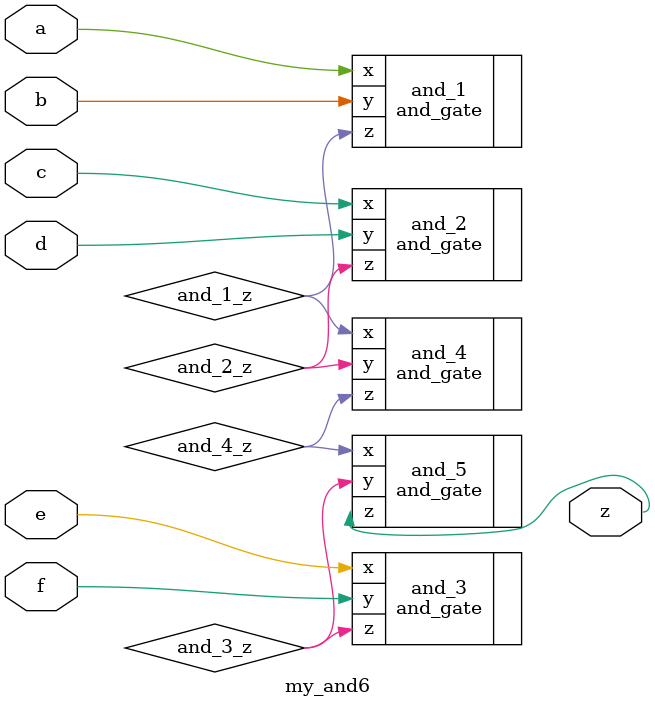
<source format=v>
module my_and6 (
           input a,
           input b,
           input c,
           input d,
           input e,
           input f,
           output z
       );
wire and_1_z, and_2_z, and_3_z, and_4_z;

and_gate and_1(
             .x(a),
             .y(b),
             .z(and_1_z)
         );

and_gate and_2(
             .x(c),
             .y(d),
             .z(and_2_z)
         );

and_gate and_3(
             .x(e),
             .y(f),
             .z(and_3_z)
         );

and_gate and_4(
             .x(and_1_z),
             .y(and_2_z),
             .z(and_4_z)
         );

and_gate and_5(
             .x(and_4_z),
             .y(and_3_z),
             .z(z)
         );

endmodule

</source>
